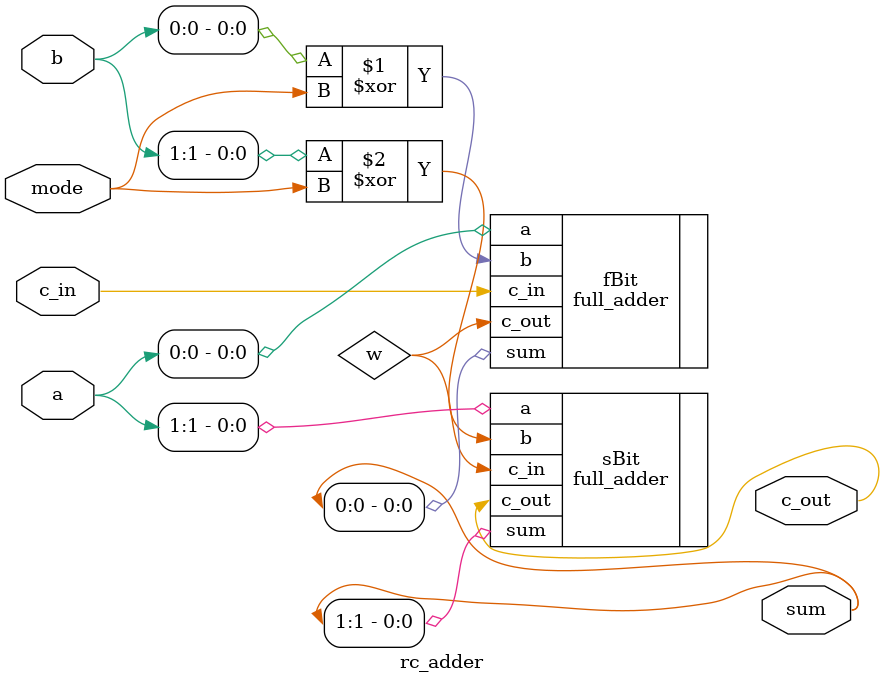
<source format=v>
`timescale 1ns / 1ps


module rc_adder(
    input [1:0] a,
    input [1:0] b,
    input c_in,
    input mode,
    output [1:0] sum,
    output c_out
    );
           
    wire w;
    
    full_adder fBit(.sum(sum[0]), .c_out(w), .c_in(c_in), .a(a[0]), .b(b[0]^mode));
    full_adder sBit(.sum(sum[1]), .c_out(c_out), .c_in(w), .a(a[1]), .b(b[1]^mode));
endmodule

</source>
